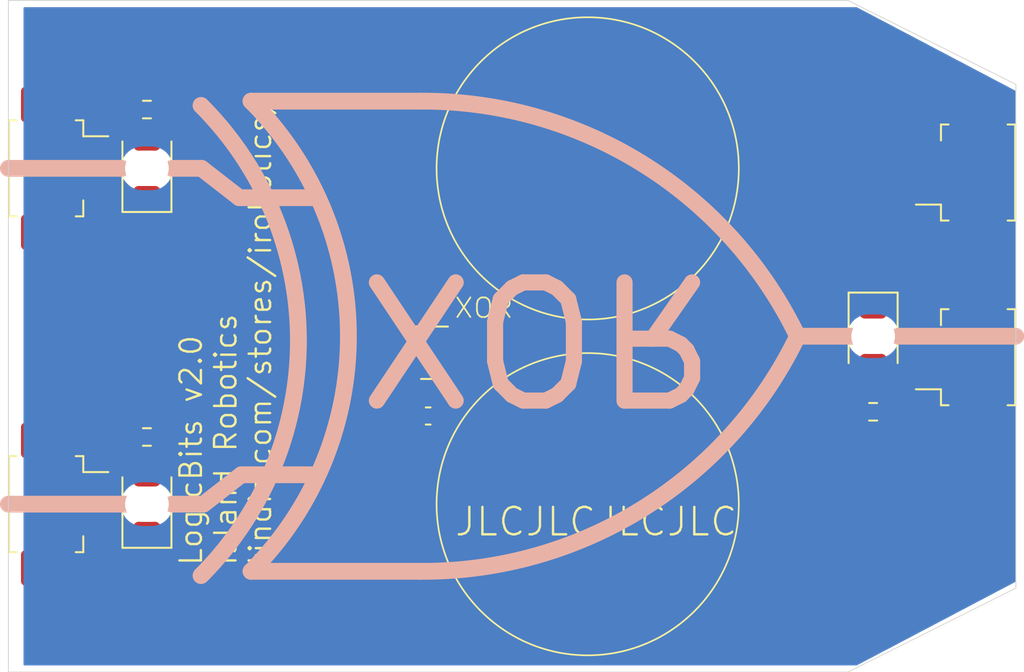
<source format=kicad_pcb>
(kicad_pcb (version 20221018) (generator pcbnew)
  (layers (0 "F.Cu" signal) (31 "B.Cu" signal) (34 "B.Paste" user) (35 "F.Paste" user) (36 "B.SilkS" user "B.Silkscreen") (37 "F.SilkS" user "F.Silkscreen") (38 "B.Mask" user) (39 "F.Mask" user) (44 "Edge.Cuts" user))
  (net 0 "")
  (net 1 "GND")
  (net 2 "Net-(D1-A)")
  (net 3 "Net-(D2-A)")
  (net 4 "Net-(D3-A)")
  (net 5 "/A")
  (net 6 "/B")
  (net 7 "/Y")
  (net 8 "+5V")
  (footprint "Connector_Molex:Molex_PicoBlade_53261-0371_1x03-1MP_P1.25mm_Horizontal" (layer "F.Cu") (at 120.75 95 -90)
    (fp_text reference "J1" hide)
    (fp_text value "Conn_01x03_Male" hide)
    (fp_line (start -2.86 -1.71) (end -1.91 -1.71) (stroke (width 0.12)) (layer "F.SilkS"))
    (fp_line (start -2.86 -1.26) (end -2.86 -1.71) (stroke (width 0.12)) (layer "F.SilkS"))
    (fp_line (start -2.86 2.26) (end -2.86 2.71) (stroke (width 0.12)) (layer "F.SilkS"))
    (fp_line (start -2.86 2.71) (end 2.86 2.71) (stroke (width 0.12)) (layer "F.SilkS"))
    (fp_line (start -1.91 -1.71) (end -1.91 -3.2) (stroke (width 0.12)) (layer "F.SilkS"))
    (fp_line (start 2.86 -1.71) (end 1.91 -1.71) (stroke (width 0.12)) (layer "F.SilkS"))
    (fp_line (start 2.86 -1.26) (end 2.86 -1.71) (stroke (width 0.12)) (layer "F.SilkS"))
    (fp_line (start 2.86 2.71) (end 2.86 2.26) (stroke (width 0.12)) (layer "F.SilkS"))
    (pad "1" smd roundrect (at -1.25 -2.4 270) (size 0.8 1.6) (layers "F.Cu" "F.Paste" "F.Mask") (net 5 "/A"))
    (pad "2" smd roundrect (at 0 -2.4 270) (size 0.8 1.6) (layers "F.Cu" "F.Paste" "F.Mask") (net 1 "GND"))
    (pad "3" smd roundrect (at 1.25 -2.4 270) (size 0.8 1.6) (layers "F.Cu" "F.Paste" "F.Mask") (net 8 "+5V"))
    (pad "MP" smd roundrect (at -3.8 0.5 270) (size 2.1 3) (layers "F.Cu" "F.Paste" "F.Mask") (roundrect_rratio 0.1190480952))
    (pad "MP" smd roundrect (at 3.8 0.5 270) (size 2.1 3) (layers "F.Cu" "F.Paste" "F.Mask") (roundrect_rratio 0.1190480952))
  )
  (footprint "shurik-personal:LITE_ON_LTST_C230TBKT-LED_1206_3216Metric_ReverseMount" (layer "F.Cu") (at 126.25 115 90)
    (fp_text reference "D2" hide)
    (fp_text value "LED" hide)
    (fp_line (start -2.6 -1.46) (end -2.6 1.46) (stroke (width 0.12)) (layer "F.SilkS"))
    (fp_line (start -2.6 1.46) (end 1.6 1.46) (stroke (width 0.12)) (layer "F.SilkS"))
    (fp_line (start 1.6 -1.46) (end -2.6 -1.46) (stroke (width 0.12)) (layer "F.SilkS"))
    (pad "" np_thru_hole oval (at 0 0 90) (size 2.1 2.6) (drill oval 2.1 2.6) (layers "F&B.Cu" "*.Mask"))
    (pad "1" smd roundrect (at -1.8 0 90) (size 1.5 1.6) (layers "F.Cu" "F.Paste" "F.Mask") (roundrect_rratio 0.2) (net 1 "GND"))
    (pad "2" smd roundrect (at 1.8 0 90) (size 1.5 1.6) (layers "F.Cu" "F.Paste" "F.Mask") (roundrect_rratio 0.2) (net 3 "Net-(D2-A)"))
  )
  (footprint "Connector_Molex:Molex_PicoBlade_53261-0371_1x03-1MP_P1.25mm_Horizontal" (layer "F.Cu") (at 175.25 95.25 90)
    (fp_text reference "J4" hide)
    (fp_text value "Conn_01x03_Male" hide)
    (fp_line (start -2.86 -1.71) (end -1.91 -1.71) (stroke (width 0.12)) (layer "F.SilkS"))
    (fp_line (start -2.86 -1.26) (end -2.86 -1.71) (stroke (width 0.12)) (layer "F.SilkS"))
    (fp_line (start -2.86 2.26) (end -2.86 2.71) (stroke (width 0.12)) (layer "F.SilkS"))
    (fp_line (start -2.86 2.71) (end 2.86 2.71) (stroke (width 0.12)) (layer "F.SilkS"))
    (fp_line (start -1.91 -1.71) (end -1.91 -3.2) (stroke (width 0.12)) (layer "F.SilkS"))
    (fp_line (start 2.86 -1.71) (end 1.91 -1.71) (stroke (width 0.12)) (layer "F.SilkS"))
    (fp_line (start 2.86 -1.26) (end 2.86 -1.71) (stroke (width 0.12)) (layer "F.SilkS"))
    (fp_line (start 2.86 2.71) (end 2.86 2.26) (stroke (width 0.12)) (layer "F.SilkS"))
    (pad "1" smd roundrect (at -1.25 -2.4 90) (size 0.8 1.6) (layers "F.Cu" "F.Paste" "F.Mask") (net 7 "/Y"))
    (pad "2" smd roundrect (at 0 -2.4 90) (size 0.8 1.6) (layers "F.Cu" "F.Paste" "F.Mask") (net 1 "GND"))
    (pad "3" smd roundrect (at 1.25 -2.4 90) (size 0.8 1.6) (layers "F.Cu" "F.Paste" "F.Mask") (net 8 "+5V"))
    (pad "MP" smd roundrect (at -3.8 0.5 90) (size 2.1 3) (layers "F.Cu" "F.Paste" "F.Mask") (roundrect_rratio 0.1190480952))
    (pad "MP" smd roundrect (at 3.8 0.5 90) (size 2.1 3) (layers "F.Cu" "F.Paste" "F.Mask") (roundrect_rratio 0.1190480952))
  )
  (footprint "shurik-personal:LITE_ON_LTST_C230TBKT-LED_1206_3216Metric_ReverseMount" (layer "F.Cu") (at 169.5 105 -90)
    (fp_text reference "D3" hide)
    (fp_text value "LED" hide)
    (fp_line (start -2.6 -1.46) (end -2.6 1.46) (stroke (width 0.12)) (layer "F.SilkS"))
    (fp_line (start -2.6 1.46) (end 1.6 1.46) (stroke (width 0.12)) (layer "F.SilkS"))
    (fp_line (start 1.6 -1.46) (end -2.6 -1.46) (stroke (width 0.12)) (layer "F.SilkS"))
    (pad "" np_thru_hole oval (at 0 0 270) (size 2.1 2.6) (drill oval 2.1 2.6) (layers "F&B.Cu" "*.Mask"))
    (pad "1" smd roundrect (at -1.8 0 270) (size 1.5 1.6) (layers "F.Cu" "F.Paste" "F.Mask") (roundrect_rratio 0.2) (net 1 "GND"))
    (pad "2" smd roundrect (at 1.8 0 270) (size 1.5 1.6) (layers "F.Cu" "F.Paste" "F.Mask") (roundrect_rratio 0.2) (net 4 "Net-(D3-A)"))
  )
  (footprint "Package_TO_SOT_SMD:SOT-23-5" (layer "F.Cu") (at 143.3775 105.984)
    (fp_text reference "U1" hide)
    (fp_text value "74LVC1G86" hide)
    (fp_line (start 0 -1.56) (end -1.8 -1.56) (stroke (width 0.12)) (layer "F.SilkS"))
    (fp_line (start 0 -1.56) (end 0.8 -1.56) (stroke (width 0.12)) (layer "F.SilkS"))
    (fp_line (start 0 1.56) (end -0.8 1.56) (stroke (width 0.12)) (layer "F.SilkS"))
    (fp_line (start 0 1.56) (end 0.8 1.56) (stroke (width 0.12)) (layer "F.SilkS"))
    (pad "1" smd roundrect (at -1.1375 -0.95) (size 1.325 0.6) (layers "F.Cu" "F.Paste" "F.Mask") (net 5 "/A"))
    (pad "2" smd roundrect (at -1.1375 0) (size 1.325 0.6) (layers "F.Cu" "F.Paste" "F.Mask") (net 6 "/B"))
    (pad "3" smd roundrect (at -1.1375 0.95) (size 1.325 0.6) (layers "F.Cu" "F.Paste" "F.Mask") (net 1 "GND"))
    (pad "4" smd roundrect (at 1.1375 0.95) (size 1.325 0.6) (layers "F.Cu" "F.Paste" "F.Mask") (net 7 "/Y"))
    (pad "5" smd roundrect (at 1.1375 -0.95) (size 1.325 0.6) (layers "F.Cu" "F.Paste" "F.Mask") (net 8 "+5V"))
  )
  (footprint "shurik-personal:LITE_ON_LTST_C230TBKT-LED_1206_3216Metric_ReverseMount" (layer "F.Cu") (at 126.25 95 90)
    (fp_text reference "D1" hide)
    (fp_text value "LED" hide)
    (fp_line (start -2.6 -1.46) (end -2.6 1.46) (stroke (width 0.12)) (layer "F.SilkS"))
    (fp_line (start -2.6 1.46) (end 1.6 1.46) (stroke (width 0.12)) (layer "F.SilkS"))
    (fp_line (start 1.6 -1.46) (end -2.6 -1.46) (stroke (width 0.12)) (layer "F.SilkS"))
    (pad "" np_thru_hole oval (at 0 0 90) (size 2.1 2.6) (drill oval 2.1 2.6) (layers "F&B.Cu" "*.Mask"))
    (pad "1" smd roundrect (at -1.8 0 90) (size 1.5 1.6) (layers "F.Cu" "F.Paste" "F.Mask") (roundrect_rratio 0.2) (net 1 "GND"))
    (pad "2" smd roundrect (at 1.8 0 90) (size 1.5 1.6) (layers "F.Cu" "F.Paste" "F.Mask") (roundrect_rratio 0.2) (net 2 "Net-(D1-A)"))
  )
  (footprint "Resistor_SMD:R_0603_1608Metric" (layer "F.Cu") (at 169.5 109.5)
    (fp_text reference "R3" hide)
    (fp_text value "330" hide)
    (fp_line (start -0.237258 -0.5225) (end 0.237258 -0.5225) (stroke (width 0.12)) (layer "F.SilkS"))
    (fp_line (start -0.237258 0.5225) (end 0.237258 0.5225) (stroke (width 0.12)) (layer "F.SilkS"))
    (pad "1" smd roundrect (at -0.825 0) (size 0.8 0.95) (layers "F.Cu" "F.Paste" "F.Mask") (net 7 "/Y"))
    (pad "2" smd roundrect (at 0.825 0) (size 0.8 0.95) (layers "F.Cu" "F.Paste" "F.Mask") (net 4 "Net-(D3-A)"))
  )
  (footprint "Resistor_SMD:R_0603_1608Metric" (layer "F.Cu") (at 126.25 91.5)
    (fp_text reference "R1" hide)
    (fp_text value "330" hide)
    (fp_line (start -0.237258 -0.5225) (end 0.237258 -0.5225) (stroke (width 0.12)) (layer "F.SilkS"))
    (fp_line (start -0.237258 0.5225) (end 0.237258 0.5225) (stroke (width 0.12)) (layer "F.SilkS"))
    (pad "1" smd roundrect (at -0.825 0) (size 0.8 0.95) (layers "F.Cu" "F.Paste" "F.Mask") (net 5 "/A"))
    (pad "2" smd roundrect (at 0.825 0) (size 0.8 0.95) (layers "F.Cu" "F.Paste" "F.Mask") (net 2 "Net-(D1-A)"))
  )
  (footprint "Capacitor_SMD:C_0603_1608Metric" (layer "F.Cu") (at 143 109.75 180)
    (fp_text reference "C1" hide)
    (fp_text value "100nF" hide)
    (fp_line (start -0.14058 -0.51) (end 0.14058 -0.51) (stroke (width 0.12)) (layer "F.SilkS"))
    (fp_line (start -0.14058 0.51) (end 0.14058 0.51) (stroke (width 0.12)) (layer "F.SilkS"))
    (pad "1" smd roundrect (at -0.775 0 180) (size 0.9 0.95) (layers "F.Cu" "F.Paste" "F.Mask") (net 8 "+5V"))
    (pad "2" smd roundrect (at 0.775 0 180) (size 0.9 0.95) (layers "F.Cu" "F.Paste" "F.Mask") (net 1 "GND"))
  )
  (footprint "Connector_Molex:Molex_PicoBlade_53261-0371_1x03-1MP_P1.25mm_Horizontal" (layer "F.Cu") (at 175.25 106.25 90)
    (fp_text reference "J3" hide)
    (fp_text value "Conn_01x03_Male" hide)
    (fp_line (start -2.86 -1.71) (end -1.91 -1.71) (stroke (width 0.12)) (layer "F.SilkS"))
    (fp_line (start -2.86 -1.26) (end -2.86 -1.71) (stroke (width 0.12)) (layer "F.SilkS"))
    (fp_line (start -2.86 2.26) (end -2.86 2.71) (stroke (width 0.12)) (layer "F.SilkS"))
    (fp_line (start -2.86 2.71) (end 2.86 2.71) (stroke (width 0.12)) (layer "F.SilkS"))
    (fp_line (start -1.91 -1.71) (end -1.91 -3.2) (stroke (width 0.12)) (layer "F.SilkS"))
    (fp_line (start 2.86 -1.71) (end 1.91 -1.71) (stroke (width 0.12)) (layer "F.SilkS"))
    (fp_line (start 2.86 -1.26) (end 2.86 -1.71) (stroke (width 0.12)) (layer "F.SilkS"))
    (fp_line (start 2.86 2.71) (end 2.86 2.26) (stroke (width 0.12)) (layer "F.SilkS"))
    (pad "1" smd roundrect (at -1.25 -2.4 90) (size 0.8 1.6) (layers "F.Cu" "F.Paste" "F.Mask") (net 7 "/Y"))
    (pad "2" smd roundrect (at 0 -2.4 90) (size 0.8 1.6) (layers "F.Cu" "F.Paste" "F.Mask") (net 1 "GND"))
    (pad "3" smd roundrect (at 1.25 -2.4 90) (size 0.8 1.6) (layers "F.Cu" "F.Paste" "F.Mask") (net 8 "+5V"))
    (pad "MP" smd roundrect (at -3.8 0.5 90) (size 2.1 3) (layers "F.Cu" "F.Paste" "F.Mask") (roundrect_rratio 0.1190480952))
    (pad "MP" smd roundrect (at 3.8 0.5 90) (size 2.1 3) (layers "F.Cu" "F.Paste" "F.Mask") (roundrect_rratio 0.1190480952))
  )
  (footprint "Connector_Molex:Molex_PicoBlade_53261-0371_1x03-1MP_P1.25mm_Horizontal" (layer "F.Cu") (at 120.75 115 -90)
    (fp_text reference "J2" hide)
    (fp_text value "Conn_01x03_Male" hide)
    (fp_line (start -2.86 -1.71) (end -1.91 -1.71) (stroke (width 0.12)) (layer "F.SilkS"))
    (fp_line (start -2.86 -1.26) (end -2.86 -1.71) (stroke (width 0.12)) (layer "F.SilkS"))
    (fp_line (start -2.86 2.26) (end -2.86 2.71) (stroke (width 0.12)) (layer "F.SilkS"))
    (fp_line (start -2.86 2.71) (end 2.86 2.71) (stroke (width 0.12)) (layer "F.SilkS"))
    (fp_line (start -1.91 -1.71) (end -1.91 -3.2) (stroke (width 0.12)) (layer "F.SilkS"))
    (fp_line (start 2.86 -1.71) (end 1.91 -1.71) (stroke (width 0.12)) (layer "F.SilkS"))
    (fp_line (start 2.86 -1.26) (end 2.86 -1.71) (stroke (width 0.12)) (layer "F.SilkS"))
    (fp_line (start 2.86 2.71) (end 2.86 2.26) (stroke (width 0.12)) (layer "F.SilkS"))
    (pad "1" smd roundrect (at -1.25 -2.4 270) (size 0.8 1.6) (layers "F.Cu" "F.Paste" "F.Mask") (net 6 "/B"))
    (pad "2" smd roundrect (at 0 -2.4 270) (size 0.8 1.6) (layers "F.Cu" "F.Paste" "F.Mask") (net 1 "GND"))
    (pad "3" smd roundrect (at 1.25 -2.4 270) (size 0.8 1.6) (layers "F.Cu" "F.Paste" "F.Mask") (net 8 "+5V"))
    (pad "MP" smd roundrect (at -3.8 0.5 270) (size 2.1 3) (layers "F.Cu" "F.Paste" "F.Mask") (roundrect_rratio 0.1190480952))
    (pad "MP" smd roundrect (at 3.8 0.5 270) (size 2.1 3) (layers "F.Cu" "F.Paste" "F.Mask") (roundrect_rratio 0.1190480952))
  )
  (footprint "Resistor_SMD:R_0603_1608Metric" (layer "F.Cu") (at 126.25 111)
    (fp_text reference "R2" hide)
    (fp_text value "330" hide)
    (fp_line (start -0.237258 -0.5225) (end 0.237258 -0.5225) (stroke (width 0.12)) (layer "F.SilkS"))
    (fp_line (start -0.237258 0.5225) (end 0.237258 0.5225) (stroke (width 0.12)) (layer "F.SilkS"))
    (pad "1" smd roundrect (at -0.825 0) (size 0.8 0.95) (layers "F.Cu" "F.Paste" "F.Mask") (net 6 "/B"))
    (pad "2" smd roundrect (at 0.825 0) (size 0.8 0.95) (layers "F.Cu" "F.Paste" "F.Mask") (net 3 "Net-(D2-A)"))
  )
  (gr_line (start 129.5 115) (end 127.75 115) (stroke (width 1)) (layer "B.SilkS"))
  (gr_line (start 131.75 96.75) (end 136 96.75) (stroke (width 1)) (layer "B.SilkS"))
  (gr_arc (start 142.5 91) (mid 155.780376 94.736895) (end 165 105) (stroke (width 1)) (layer "B.SilkS"))
  (gr_line (start 131.75 96.75) (end 129.5 95) (stroke (width 1)) (layer "B.SilkS"))
  (gr_line (start 127.75 95) (end 129.5 95) (stroke (width 1)) (layer "B.SilkS"))
  (gr_line (start 168.25 105) (end 165 105) (stroke (width 1)) (layer "B.SilkS"))
  (gr_line (start 118 115) (end 125 115) (stroke (width 1)) (layer "B.SilkS"))
  (gr_arc (start 129.47301 91.254) (mid 135.272 105.254) (end 129.47301 119.254) (stroke (width 1)) (layer "B.SilkS"))
  (gr_arc (start 165 105) (mid 155.780376 115.263105) (end 142.5 119) (stroke (width 1)) (layer "B.SilkS"))
  (gr_line (start 132.45101 119) (end 142.5 119) (stroke (width 1)) (layer "B.SilkS"))
  (gr_line (start 129.625 115) (end 131.875 113.25) (stroke (width 1)) (layer "B.SilkS"))
  (gr_line (start 132.45101 91) (end 142.5 91) (stroke (width 1)) (layer "B.SilkS"))
  (gr_arc (start 132.45101 91) (mid 138.25 105) (end 132.45101 119) (stroke (width 1)) (layer "B.SilkS"))
  (gr_line (start 131.875 113.25) (end 136 113.25) (stroke (width 1)) (layer "B.SilkS"))
  (gr_line (start 124.75 95) (end 118 95) (stroke (width 1)) (layer "B.SilkS"))
  (gr_line (start 178 105) (end 171 105) (stroke (width 1)) (layer "B.SilkS"))
  (gr_circle (center 152.5011 115.0036) (end 161.5011 115.0036) (stroke (width 0.1)) (fill none) (layer "F.SilkS"))
  (gr_circle (center 152.5011 95.0036) (end 161.5011 95.0036) (stroke (width 0.1)) (fill none) (layer "F.SilkS"))
  (gr_line (start 168 85) (end 118 85) (stroke (width 0.05)) (layer "Edge.Cuts"))
  (gr_line (start 178 90) (end 168 85) (stroke (width 0.05)) (layer "Edge.Cuts"))
  (gr_line (start 118 125) (end 168 125) (stroke (width 0.05)) (layer "Edge.Cuts"))
  (gr_line (start 168 125) (end 178 120) (stroke (width 0.05)) (layer "Edge.Cuts"))
  (gr_line (start 118 85) (end 118 125) (stroke (width 0.05)) (layer "Edge.Cuts"))
  (gr_line (start 178 120) (end 178 90) (stroke (width 0.05)) (layer "Edge.Cuts"))
  (gr_text "XOR" (at 149.5 105 180) (layer "B.SilkS") (effects (font (size 7.04 7.04) (thickness 0.96)) (justify mirror)))
  (gr_text "JLCJLCJLCJLC" (at 144.5011 117.0036) (layer "F.SilkS") (effects (font (size 1.63576 1.63576) (thickness 0.14224)) (justify left bottom)))
  (gr_text "LogicBits v2.0\nIsland Robotics\ntindie.com/stores/irobotics/" (at 133.75 118.75 90) (layer "F.SilkS") (effects (font (size 1.28016 1.28016) (thickness 0.14224)) (justify left bottom)))
  (gr_text "XOR" (at 144.5011 104.0036) (layer "F.SilkS") (effects (font (size 1.1684 1.1684) (thickness 0.1016)) (justify left bottom)))
  (segment (start 120.25 115.969468) (end 126.280532 122) (width 0.3) (layer "F.Cu") (net 1))
  (segment (start 124.25 98.8) (end 126.25 96.8) (width 0.3) (layer "F.Cu") (net 1))
  (segment (start 126.25 96.8) (end 125.55 96.8) (width 0.3) (layer "F.Cu") (net 1))
  (segment (start 123.15 115) (end 123.75 115) (width 0.3) (layer "F.Cu") (net 1))
  (segment (start 171.75 106.25) (end 171.5 106) (width 0.3) (layer "F.Cu") (net 1))
  (segment (start 123.15 95) (end 123.95007 95) (width 0.3) (layer "F.Cu") (net 1))
  (segment (start 123.15 115) (end 120.25 115) (width 0.3) (layer "F.Cu") (net 1))
  (segment (start 171.5 103.75) (end 172.8 102.45) (width 0.3) (layer "F.Cu") (net 1))
  (segment (start 175.75 99.05) (end 175.75 102.45) (width 0.3) (layer "F.Cu") (net 1))
  (segment (start 170.95 103.2) (end 169.5 103.2) (width 0.3) (layer "F.Cu") (net 1))
  (segment (start 175.75 102.45) (end 175.75 110.05) (width 0.3) (layer "F.Cu") (net 1))
  (segment (start 123.75 115) (end 125.55 116.8) (width 0.3) (layer "F.Cu") (net 1))
  (segment (start 136.7 116.8) (end 142.25 111.25) (width 0.3) (layer "F.Cu") (net 1))
  (segment (start 120.25 115) (end 120.25 115.969468) (width 0.3) (layer "F.Cu") (net 1))
  (segment (start 120.25 98.8) (end 124.25 98.8) (width 0.3) (layer "F.Cu") (net 1))
  (segment (start 172.85 95.25) (end 175.75 95.25) (width 0.3) (layer "F.Cu") (net 1))
  (segment (start 142.25 111.25) (end 142.25 106.944) (width 0.3) (layer "F.Cu") (net 1))
  (segment (start 126.25 116.8) (end 136.7 116.8) (width 0.3) (layer "F.Cu") (net 1))
  (segment (start 172.85 106.25) (end 171.75 106.25) (width 0.3) (layer "F.Cu") (net 1))
  (segment (start 171.5 106) (end 171.5 103.75) (width 0.3) (layer "F.Cu") (net 1))
  (segment (start 123.95007 95) (end 125.75007 96.8) (width 0.3) (layer "F.Cu") (net 1))
  (segment (start 163.8 122) (end 175.75 110.05) (width 0.3) (layer "F.Cu") (net 1))
  (segment (start 125.75007 96.8) (end 126.25 96.8) (width 0.3) (layer "F.Cu") (net 1))
  (segment (start 125.55 116.8) (end 126.25 116.8) (width 0.3) (layer "F.Cu") (net 1))
  (segment (start 120.25 98.8) (end 120.25 111.2) (width 0.3) (layer "F.Cu") (net 1))
  (segment (start 171.5 103.75) (end 170.95 103.2) (width 0.3) (layer "F.Cu") (net 1))
  (segment (start 175.75 91.45) (end 175.75 99.05) (width 0.3) (layer "F.Cu") (net 1))
  (segment (start 142.25 106.944) (end 142.24 106.934) (width 0.3) (layer "F.Cu") (net 1))
  (segment (start 172.8 102.45) (end 175.75 102.45) (width 0.3) (layer "F.Cu") (net 1))
  (segment (start 126.280532 122) (end 163.8 122) (width 0.3) (layer "F.Cu") (net 1))
  (segment (start 120.25 111.2) (end 120.25 115) (width 0.3) (layer "F.Cu") (net 1))
  (segment (start 127.075 92.375) (end 126.25 93.2) (width 0.3) (layer "F.Cu") (net 2))
  (segment (start 127.075 91.5) (end 127.075 92.375) (width 0.3) (layer "F.Cu") (net 2))
  (segment (start 127.075 111) (end 127.075 112.375) (width 0.3) (layer "F.Cu") (net 3))
  (segment (start 127.075 112.375) (end 126.25 113.2) (width 0.3) (layer "F.Cu") (net 3))
  (segment (start 169.5 106.8) (end 169.5 107.8) (width 0.3) (layer "F.Cu") (net 4))
  (segment (start 170.325 108.625) (end 170.325 109.5) (width 0.3) (layer "F.Cu") (net 4))
  (segment (start 169.5 107.8) (end 170.325 108.625) (width 0.3) (layer "F.Cu") (net 4))
  (segment (start 142.24 99.24) (end 142.24 105.034) (width 0.3) (layer "F.Cu") (net 5))
  (segment (start 126.2 89.9) (end 132.9 89.9) (width 0.3) (layer "F.Cu") (net 5))
  (segment (start 123.15 93.75) (end 123.15 93.1) (width 0.3) (layer "F.Cu") (net 5))
  (segment (start 124.75 91.5) (end 125.425 91.5) (width 0.3) (layer "F.Cu") (net 5))
  (segment (start 125.425 91.5) (end 125.425 90.675) (width 0.3) (layer "F.Cu") (net 5))
  (segment (start 125.425 90.675) (end 126.2 89.9) (width 0.3) (layer "F.Cu") (net 5))
  (segment (start 132.9 89.9) (end 142.24 99.24) (width 0.3) (layer "F.Cu") (net 5))
  (segment (start 123.15 93.1) (end 124.75 91.5) (width 0.3) (layer "F.Cu") (net 5))
  (segment (start 123.15 112.6) (end 124.75 111) (width 0.3) (layer "F.Cu") (net 6))
  (segment (start 125.425 111) (end 125.425 110.825) (width 0.3) (layer "F.Cu") (net 6))
  (segment (start 130.266 105.984) (end 142.24 105.984) (width 0.3) (layer "F.Cu") (net 6))
  (segment (start 125.425 110.825) (end 130.266 105.984) (width 0.3) (layer "F.Cu") (net 6))
  (segment (start 124.75 111) (end 125.425 111) (width 0.3) (layer "F.Cu") (net 6))
  (segment (start 123.15 113.75) (end 123.15 112.6) (width 0.3) (layer "F.Cu") (net 6))
  (segment (start 171 110.75) (end 172.85 108.9) (width 0.3) (layer "F.Cu") (net 7))
  (segment (start 163.934 106.934) (end 163.934 102.566) (width 0.3) (layer "F.Cu") (net 7))
  (segment (start 168.75 110.75) (end 171 110.75) (width 0.3) (layer "F.Cu") (net 7))
  (segment (start 163.934 102.566) (end 170 96.5) (width 0.3) (layer "F.Cu") (net 7))
  (segment (start 163.934 106.934) (end 164 107) (width 0.3) (layer "F.Cu") (net 7))
  (segment (start 168.675 109.5) (end 168.675 110.675) (width 0.3) (layer "F.Cu") (net 7))
  (segment (start 172.85 108.9) (end 172.85 107.5) (width 0.3) (layer "F.Cu") (net 7))
  (segment (start 170 96.5) (end 172.85 96.5) (width 0.3) (layer "F.Cu") (net 7))
  (segment (start 167.75 110.75) (end 168.75 110.75) (width 0.3) (layer "F.Cu") (net 7))
  (segment (start 144.515 106.934) (end 163.934 106.934) (width 0.3) (layer "F.Cu") (net 7))
  (segment (start 168.675 110.675) (end 168.75 110.75) (width 0.3) (layer "F.Cu") (net 7))
  (segment (start 164 107) (end 167.75 110.75) (width 0.3) (layer "F.Cu") (net 7))
  (segment (start 121.4 95.3) (end 121.4 93.6) (width 0.3) (layer "F.Cu") (net 8))
  (segment (start 143.4 106.149) (end 143.4 109.375) (width 0.3) (layer "F.Cu") (net 8))
  (segment (start 144.5 99.2) (end 144.5 105.019) (width 0.3) (layer "F.Cu") (net 8))
  (segment (start 173.5 105) (end 172.25 105) (width 0.3) (layer "F.Cu") (net 8))
  (segment (start 136.5 119) (end 143.7 111.8) (width 0.3) (layer "F.Cu") (net 8))
  (segment (start 172.85 105) (end 174.25 105) (width 0.3) (layer "F.Cu") (net 8))
  (segment (start 143.775 111.725) (end 143.775 109.75) (width 0.3) (layer "F.Cu") (net 8))
  (segment (start 144.515 105.034) (end 143.4 106.149) (width 0.3) (layer "F.Cu") (net 8))
  (segment (start 123.25 118) (end 124.25 119) (width 0.3) (layer "F.Cu") (net 8))
  (segment (start 123.15 96.25) (end 122.35 96.25) (width 0.3) (layer "F.Cu") (net 8))
  (segment (start 123.25 116.35) (end 123.25 118) (width 0.3) (layer "F.Cu") (net 8))
  (segment (start 123.15 116.25) (end 123.25 116.35) (width 0.3) (layer "F.Cu") (net 8))
  (segment (start 149.7 94) (end 144.5 99.2) (width 0.3) (layer "F.Cu") (net 8))
  (segment (start 143.7 111.8) (end 143.775 111.725) (width 0.3) (layer "F.Cu") (net 8))
  (segment (start 174.75 108) (end 170.95 111.8) (width 0.3) (layer "F.Cu") (net 8))
  (segment (start 174.25 105) (end 174.75 105.5) (width 0.3) (layer "F.Cu") (net 8))
  (segment (start 124.25 119) (end 136.5 119) (width 0.3) (layer "F.Cu") (net 8))
  (segment (start 126.8 88.2) (end 133.5 88.2) (width 0.3) (layer "F.Cu") (net 8))
  (segment (start 121.4 93.6) (end 126.8 88.2) (width 0.3) (layer "F.Cu") (net 8))
  (segment (start 144.5 105.019) (end 144.515 105.034) (width 0.3) (layer "F.Cu") (net 8))
  (segment (start 174.75 105.5) (end 174.75 108) (width 0.3) (layer "F.Cu") (net 8))
  (segment (start 143.775 109.75) (end 143.4 109.375) (width 0.3) (layer "F.Cu") (net 8))
  (segment (start 172.85 94) (end 149.7 94) (width 0.3) (layer "F.Cu") (net 8))
  (segment (start 133.5 88.2) (end 144.5 99.2) (width 0.3) (layer "F.Cu") (net 8))
  (segment (start 122.35 96.25) (end 121.4 95.3) (width 0.3) (layer "F.Cu") (net 8))
  (segment (start 170.95 111.8) (end 143.7 111.8) (width 0.3) (layer "F.Cu") (net 8))
  (zone (net 1) (net_name "GND") (layer "B.Cu") (priority 6) (connect_pads (clearance 0.000001)) (min_thickness 0.1) (fill yes (thermal_gap 0.25) (thermal_bridge_width 0.25))
    (polygon (pts (xy 178.1011 90.443227) (xy 178.1011 119.563973) (xy 168.525809 124.6036) (xy 118.9011 124.6036) (xy 118.9011 85.4036) (xy 168.525809 85.4036)))
  )
)
</source>
